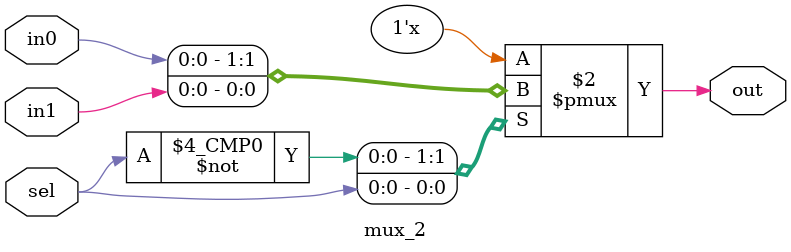
<source format=v>
module mux_2(out,sel,in0,in1);
output reg out;
input [0:0] sel;
input in0;
input in1;
always @(*) case (sel)
    0: out <= in0;
    1: out <= in1;
endcase
endmodule

</source>
